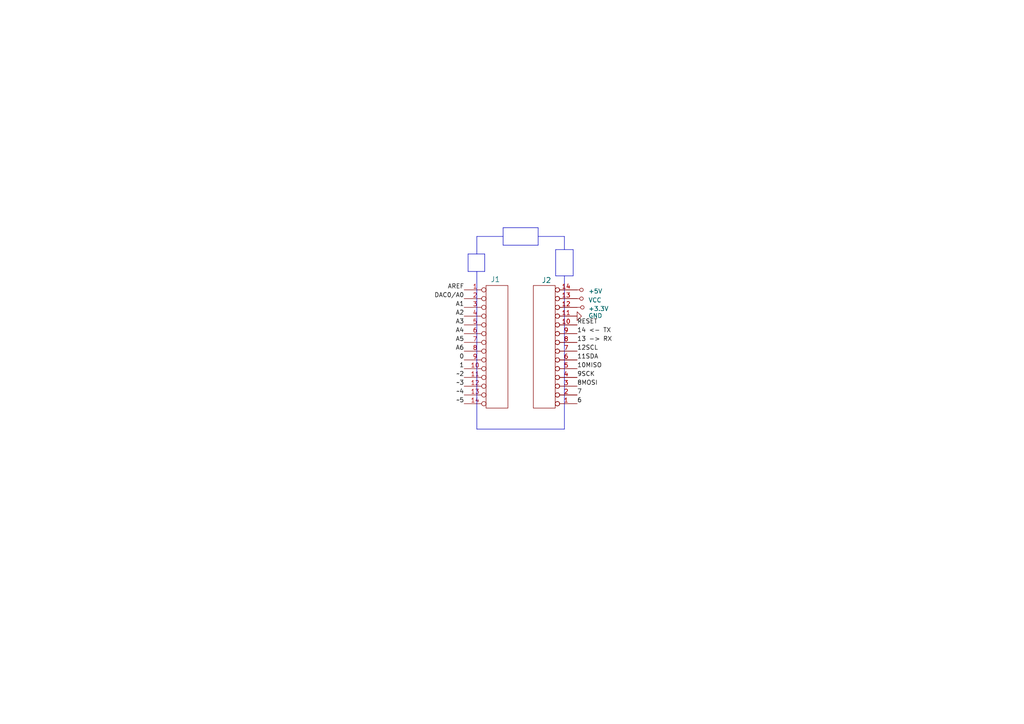
<source format=kicad_sch>
(kicad_sch (version 20230121) (generator eeschema)
  (paper "A4")
  (title_block (title "MKR Shield") (date "2018-07-31") (rev "0.1") (company "Electronic Cats") (comment 1 "Rocio Rodriguez"))
  (lib_symbols
    (symbol "MKRShield_v1-rescue:+3.3V-power" (power) (pin_names (offset 0))
      (property "Value" "+3.3V-power" (at 0 2.794 0))
      (symbol "+3.3V-power_0_0"
        (pin power_in line (at 0 0 90) (length 0) hide (name "+3.3V") (number "1"))
      )
      (symbol "+3.3V-power_0_1"
        (polyline (pts (xy 0 0) (xy 0 1.016) (xy 0 1.016)))
        (circle (center 0 1.524) (radius 0.508))
      )
    )
    (symbol "MKRShield_v1-rescue:+5V-power" (power) (pin_names (offset 1.016))
      (property "Value" "+5V-power" (at 0 2.286 0))
      (symbol "+5V-power_0_0"
        (pin power_in line (at 0 0 90) (length 0) hide (name "+5V") (number "1"))
      )
      (symbol "+5V-power_0_1"
        (polyline (pts (xy 0 0) (xy 0 0.762) (xy 0 0.762) (xy 0 0.762)))
        (circle (center 0 1.27) (radius 0.508))
      )
    )
    (symbol "MKRShield_v1-rescue:CONN_14-MKRShield_v1" (pin_names (offset 1.016) hide)
      (property "Reference" "P" (at -0.635 0 90))
      (property "Value" "MKRShield_v1_CONN_14" (at 1.905 0 90))
      (symbol "CONN_14-MKRShield_v1_0_1"
        (rectangle (start -2.54 17.78) (end 3.81 -17.78))
      )
      (symbol "CONN_14-MKRShield_v1_1_1"
        (pin passive inverted (at -8.89 16.51 0) (length 6.35) (name "P1") (number "1"))
        (pin passive inverted (at -8.89 -6.35 0) (length 6.35) (name "P10") (number "10"))
        (pin passive inverted (at -8.89 -8.89 0) (length 6.35) (name "P11") (number "11"))
        (pin passive inverted (at -8.89 -11.43 0) (length 6.35) (name "P12") (number "12"))
        (pin passive inverted (at -8.89 -13.97 0) (length 6.35) (name "P13") (number "13"))
        (pin passive inverted (at -8.89 -16.51 0) (length 6.35) (name "~") (number "14"))
        (pin passive inverted (at -8.89 13.97 0) (length 6.35) (name "P2") (number "2"))
        (pin passive inverted (at -8.89 11.43 0) (length 6.35) (name "P3") (number "3"))
        (pin passive inverted (at -8.89 8.89 0) (length 6.35) (name "P4") (number "4"))
        (pin passive inverted (at -8.89 6.35 0) (length 6.35) (name "P5") (number "5"))
        (pin passive inverted (at -8.89 3.81 0) (length 6.35) (name "P6") (number "6"))
        (pin passive inverted (at -8.89 1.27 0) (length 6.35) (name "P7") (number "7"))
        (pin passive inverted (at -8.89 -1.27 0) (length 6.35) (name "P8") (number "8"))
        (pin passive inverted (at -8.89 -3.81 0) (length 6.35) (name "P9") (number "9"))
      )
    )
    (symbol "MKRShield_v1-rescue:GND-power" (power) (pin_names (offset 0))
      (symbol "GND-power_0_1"
        (polyline (pts (xy -1.27 0) (xy 0 -1.27) (xy 1.27 0) (xy -1.27 0)))
      )
      (symbol "GND-power_1_1"
        (pin power_in line (at 0 0 90) (length 0) hide (name "GND") (number "1"))
      )
    )
    (symbol "MKRShield_v1-rescue:VCC-power" (power) (pin_names (offset 0))
      (property "Value" "VCC-power" (at 0 2.54 0))
      (symbol "VCC-power_0_0"
        (pin power_in line (at 0 0 90) (length 0) hide (name "VCC") (number "1"))
      )
      (symbol "VCC-power_0_1"
        (polyline (pts (xy 0 0) (xy 0 0.762) (xy 0 0.762)))
        (circle (center 0 1.27) (radius 0.508))
      )
    )
  )
  (polyline (pts (xy 163.703 72.39) (xy 163.703 68.58)))
  (polyline (pts (xy 135.763 73.66) (xy 140.589 73.66)))
  (polyline (pts (xy 156.083 66.04) (xy 156.083 71.12)))
  (polyline (pts (xy 135.763 78.74) (xy 135.763 73.66)))
  (polyline (pts (xy 138.303 73.66) (xy 138.303 68.58)))
  (polyline (pts (xy 145.923 66.04) (xy 145.923 71.12)))
  (polyline (pts (xy 161.163 80.01) (xy 161.163 72.39)))
  (polyline (pts (xy 140.589 73.66) (xy 140.589 78.74)))
  (polyline (pts (xy 138.303 68.58) (xy 145.923 68.58)))
  (polyline (pts (xy 138.303 124.46) (xy 163.703 124.46)))
  (polyline (pts (xy 161.163 72.39) (xy 166.243 72.39)))
  (polyline (pts (xy 156.083 68.58) (xy 163.703 68.58)))
  (polyline (pts (xy 135.763 78.74) (xy 140.589 78.74)))
  (polyline (pts (xy 156.083 71.12) (xy 145.923 71.12)))
  (polyline (pts (xy 161.163 80.01) (xy 166.243 80.01)))
  (polyline (pts (xy 145.923 66.04) (xy 156.083 66.04)))
  (polyline (pts (xy 166.243 72.39) (xy 166.243 80.01)))
  (polyline (pts (xy 163.703 124.46) (xy 163.703 80.01)))
  (polyline (pts (xy 138.303 124.46) (xy 138.303 78.74)))
  (label "A4" (at 134.62 96.774 180))
  (label "0" (at 134.62 104.394 180))
  (label "DAC0/A0" (at 134.62 86.614 180))
  (label "~4" (at 134.62 114.554 180))
  (label "12SCL" (at 167.386 101.854 0))
  (label "A2" (at 134.62 91.694 180))
  (label "A1" (at 134.62 89.154 180))
  (label "1" (at 134.62 106.934 180))
  (label "A6" (at 134.62 101.854 180))
  (label "11SDA" (at 167.386 104.394 0))
  (label "A5" (at 134.62 99.314 180))
  (label "7" (at 167.386 114.554 0))
  (label "8MOSI" (at 167.386 112.014 0))
  (label "A3" (at 134.62 94.234 180))
  (label "~3" (at 134.62 112.014 180))
  (label "13 -> RX" (at 167.386 99.314 0))
  (label "14 <- TX" (at 167.386 96.774 0))
  (label "6" (at 167.386 117.094 0))
  (label "RESET" (at 167.386 94.234 0))
  (label "AREF" (at 134.62 84.074 180))
  (label "9SCK" (at 167.386 109.474 0))
  (label "10MISO" (at 167.386 106.934 0))
  (label "~5" (at 134.62 117.094 180))
  (label "~2" (at 134.62 109.474 180))
  (symbol (lib_id "MKRShield_v1-rescue:+5V-power") (at 167.386 84.074 270) (unit 1)
    (property "Reference" "#PWR0101" (effects hide))
    (property "Value" "+5V" (at 170.6372 84.455 90) (effects (justify left)))
  )
  (symbol (lib_id "MKRShield_v1-rescue:+3.3V-power") (at 167.386 89.154 270) (unit 1)
    (property "Reference" "#PWR0102" (effects hide))
    (property "Value" "+3.3V" (at 170.6372 89.535 90) (effects (justify left)))
  )
  (symbol (lib_id "MKRShield_v1-rescue:GND-power") (at 167.386 91.694 90) (unit 1)
    (property "Reference" "#PWR0103" (effects hide))
    (property "Value" "GND" (at 170.6372 91.567 90) (effects (justify right)))
  )
  (symbol (lib_id "MKRShield_v1-rescue:VCC-power") (at 167.386 86.614 270) (unit 1)
    (property "Reference" "#PWR0104" (effects hide))
    (property "Value" "VCC" (at 170.6372 87.0458 90) (effects (justify left)))
  )
  (symbol (lib_id "MKRShield_v1-rescue:CONN_14-MKRShield_v1") (at 143.51 100.584 0) (unit 1)
    (property "Reference" "J1" (at 142.24 81.026 0) (effects (font (size 1.524 1.524)) (justify left)))
    (property "Value" "CONN_14" (effects hide))
    (property "Footprint" "MKRShield_v1:1X14_SMD_TH" (effects hide))
  )
  (symbol (lib_id "MKRShield_v1-rescue:CONN_14-MKRShield_v1") (at 158.496 100.584 180) (unit 1)
    (property "Reference" "J2" (at 158.496 81.28 0) (effects (font (size 1.524 1.524))))
    (property "Value" "CONN_14" (effects hide))
    (property "Footprint" "MKRShield_v1:1X14_SMD_TH" (effects hide))
  )
)
</source>
